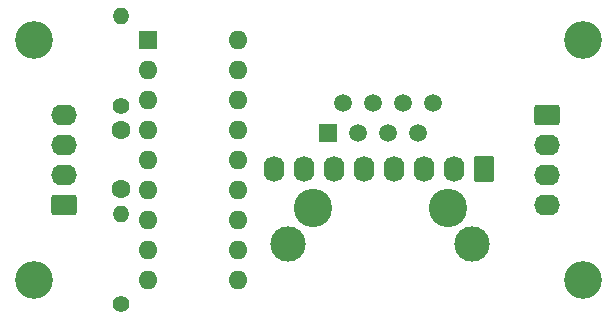
<source format=gbs>
G04 #@! TF.GenerationSoftware,KiCad,Pcbnew,7.0.1*
G04 #@! TF.CreationDate,2023-07-05T13:46:03-05:00*
G04 #@! TF.ProjectId,MCP23008 Keypad Breakout,4d435032-3330-4303-9820-4b6579706164,rev?*
G04 #@! TF.SameCoordinates,Original*
G04 #@! TF.FileFunction,Soldermask,Bot*
G04 #@! TF.FilePolarity,Negative*
%FSLAX46Y46*%
G04 Gerber Fmt 4.6, Leading zero omitted, Abs format (unit mm)*
G04 Created by KiCad (PCBNEW 7.0.1) date 2023-07-05 13:46:03*
%MOMM*%
%LPD*%
G01*
G04 APERTURE LIST*
G04 Aperture macros list*
%AMRoundRect*
0 Rectangle with rounded corners*
0 $1 Rounding radius*
0 $2 $3 $4 $5 $6 $7 $8 $9 X,Y pos of 4 corners*
0 Add a 4 corners polygon primitive as box body*
4,1,4,$2,$3,$4,$5,$6,$7,$8,$9,$2,$3,0*
0 Add four circle primitives for the rounded corners*
1,1,$1+$1,$2,$3*
1,1,$1+$1,$4,$5*
1,1,$1+$1,$6,$7*
1,1,$1+$1,$8,$9*
0 Add four rect primitives between the rounded corners*
20,1,$1+$1,$2,$3,$4,$5,0*
20,1,$1+$1,$4,$5,$6,$7,0*
20,1,$1+$1,$6,$7,$8,$9,0*
20,1,$1+$1,$8,$9,$2,$3,0*%
G04 Aperture macros list end*
%ADD10RoundRect,0.250000X-0.845000X0.620000X-0.845000X-0.620000X0.845000X-0.620000X0.845000X0.620000X0*%
%ADD11O,2.190000X1.740000*%
%ADD12C,3.200000*%
%ADD13RoundRect,0.250000X0.620000X0.845000X-0.620000X0.845000X-0.620000X-0.845000X0.620000X-0.845000X0*%
%ADD14O,1.740000X2.190000*%
%ADD15C,1.400000*%
%ADD16O,1.400000X1.400000*%
%ADD17RoundRect,0.250000X0.845000X-0.620000X0.845000X0.620000X-0.845000X0.620000X-0.845000X-0.620000X0*%
%ADD18C,3.250000*%
%ADD19R,1.500000X1.500000*%
%ADD20C,1.500000*%
%ADD21C,3.000000*%
%ADD22R,1.600000X1.600000*%
%ADD23O,1.600000X1.600000*%
%ADD24C,1.600000*%
G04 APERTURE END LIST*
D10*
X170688000Y-115570000D03*
D11*
X170688000Y-118110000D03*
X170688000Y-120650000D03*
X170688000Y-123190000D03*
D12*
X173736000Y-109220000D03*
D13*
X165354000Y-120142000D03*
D14*
X162814000Y-120142000D03*
X160274000Y-120142000D03*
X157734000Y-120142000D03*
X155194000Y-120142000D03*
X152654000Y-120142000D03*
X150114000Y-120142000D03*
X147574000Y-120142000D03*
D15*
X134620000Y-131572000D03*
D16*
X134620000Y-123952000D03*
D12*
X173736000Y-129540000D03*
X127254000Y-129540000D03*
D17*
X129814000Y-123190000D03*
D11*
X129814000Y-120650000D03*
X129814000Y-118110000D03*
X129814000Y-115570000D03*
D18*
X150876000Y-123444000D03*
X162306000Y-123444000D03*
D19*
X152146000Y-117094000D03*
D20*
X153416000Y-114554000D03*
X154686000Y-117094000D03*
X155956000Y-114554000D03*
X157226000Y-117094000D03*
X158496000Y-114554000D03*
X159766000Y-117094000D03*
X161036000Y-114554000D03*
D21*
X148821000Y-126494000D03*
X164361000Y-126494000D03*
D15*
X134620000Y-114808000D03*
D16*
X134620000Y-107188000D03*
D12*
X127254000Y-109220000D03*
D22*
X136906000Y-109220000D03*
D23*
X136906000Y-111760000D03*
X136906000Y-114300000D03*
X136906000Y-116840000D03*
X136906000Y-119380000D03*
X136906000Y-121920000D03*
X136906000Y-124460000D03*
X136906000Y-127000000D03*
X136906000Y-129540000D03*
X144526000Y-129540000D03*
X144526000Y-127000000D03*
X144526000Y-124460000D03*
X144526000Y-121920000D03*
X144526000Y-119380000D03*
X144526000Y-116840000D03*
X144526000Y-114300000D03*
X144526000Y-111760000D03*
X144526000Y-109220000D03*
D24*
X134620000Y-121840000D03*
X134620000Y-116840000D03*
M02*

</source>
